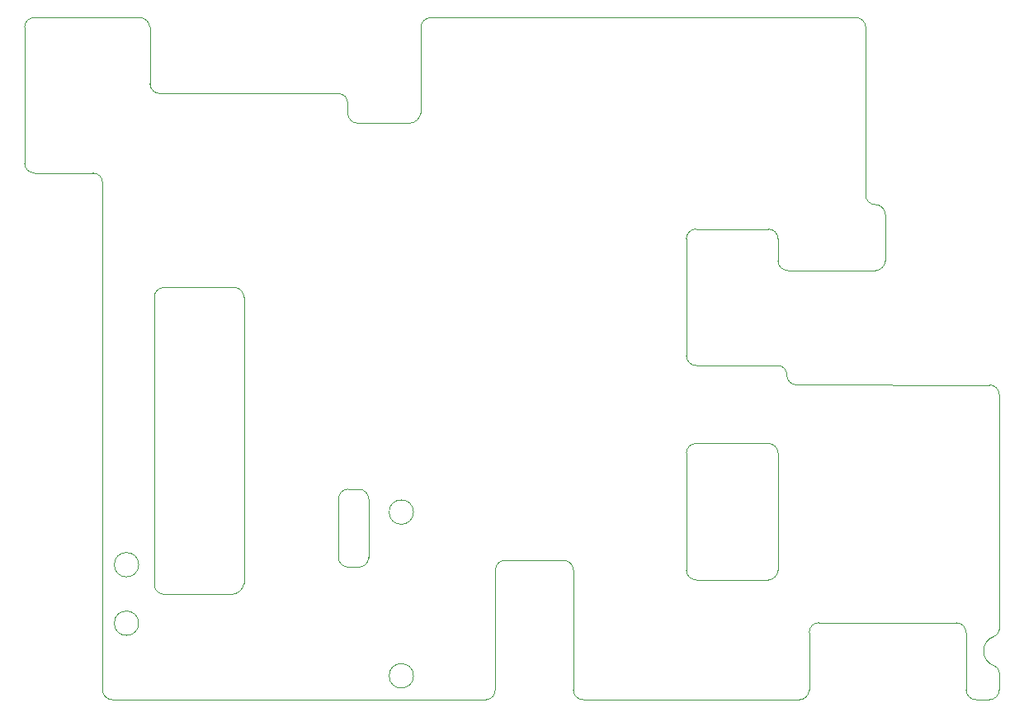
<source format=gm1>
G04 #@! TF.GenerationSoftware,KiCad,Pcbnew,6.0.6-3a73a75311~116~ubuntu20.04.1*
G04 #@! TF.CreationDate,2022-07-28T13:36:28+02:00*
G04 #@! TF.ProjectId,Buddy_shield_extractor,42756464-795f-4736-9869-656c645f6578,rev?*
G04 #@! TF.SameCoordinates,Original*
G04 #@! TF.FileFunction,Profile,NP*
%FSLAX46Y46*%
G04 Gerber Fmt 4.6, Leading zero omitted, Abs format (unit mm)*
G04 Created by KiCad (PCBNEW 6.0.6-3a73a75311~116~ubuntu20.04.1) date 2022-07-28 13:36:28*
%MOMM*%
%LPD*%
G01*
G04 APERTURE LIST*
G04 #@! TA.AperFunction,Profile*
%ADD10C,0.050000*%
G04 #@! TD*
G04 #@! TA.AperFunction,Profile*
%ADD11C,0.120000*%
G04 #@! TD*
G04 APERTURE END LIST*
D10*
X195700000Y-98000000D02*
X195700000Y-122100000D01*
X175200000Y-129300000D02*
X153000000Y-129300000D01*
X152000000Y-128300000D02*
X152000000Y-116000000D01*
X151000000Y-115000000D02*
X145000000Y-115000000D01*
X144000000Y-116000000D02*
X143995037Y-128200496D01*
X184000000Y-80250000D02*
X184000000Y-84250000D01*
X183000000Y-85250000D02*
X174000000Y-85250000D01*
X173000000Y-84250000D02*
X173000000Y-82000000D01*
X163600000Y-82000000D02*
X163600000Y-94000000D01*
X163600000Y-116000000D02*
X163600000Y-104000000D01*
X95700000Y-73670000D02*
X95700000Y-60300000D01*
X104700000Y-129300000D02*
X143000000Y-129300000D01*
X128900000Y-115700000D02*
X130000000Y-115700000D01*
X131000000Y-114700000D02*
X131000000Y-108700000D01*
X130000000Y-107700000D02*
X128900000Y-107700000D01*
X127900000Y-108700000D02*
X127900000Y-114700000D01*
X173000000Y-104000000D02*
X173000000Y-116000000D01*
X174907107Y-96992893D02*
X194700000Y-97000000D01*
X164600000Y-81000000D02*
X172000000Y-81000000D01*
X102700000Y-75250000D02*
X96700000Y-75250000D01*
X103700000Y-76250000D02*
G75*
G03*
X102700000Y-75250000I-1000000J0D01*
G01*
X95700000Y-74250000D02*
G75*
G03*
X96700000Y-75250000I1000000J0D01*
G01*
X103700000Y-128300000D02*
G75*
G03*
X104700000Y-129300000I1000000J0D01*
G01*
X182000000Y-77500000D02*
X182000000Y-60300000D01*
X184000000Y-79500000D02*
X184000000Y-80250000D01*
X103700000Y-76250000D02*
X103700000Y-128300000D01*
X95700000Y-74250000D02*
X95700000Y-73670000D01*
X96700000Y-59300000D02*
G75*
G03*
X95700000Y-60300000I0J-1000000D01*
G01*
X164600000Y-103000000D02*
G75*
G03*
X163600000Y-104000000I0J-1000000D01*
G01*
X136350000Y-67450000D02*
X136350000Y-69100000D01*
X131000000Y-108700000D02*
G75*
G03*
X130000000Y-107700000I-1000000J0D01*
G01*
X177200000Y-121400000D02*
G75*
G03*
X176200000Y-122400000I0J-1000000D01*
G01*
X109600000Y-67100000D02*
X121950000Y-67100000D01*
X133600000Y-70150000D02*
X129900002Y-70151248D01*
X121950000Y-67100000D02*
X127900000Y-67100000D01*
X127900000Y-114700000D02*
G75*
G03*
X128900000Y-115700000I1000000J0D01*
G01*
X195698940Y-126515404D02*
G75*
G03*
X195198870Y-125822439I-730440J-196D01*
G01*
X193307107Y-129292893D02*
X194700000Y-129300000D01*
X108550000Y-66100000D02*
X108550000Y-60300000D01*
X107492893Y-59307107D02*
X96700000Y-59300000D01*
X173000000Y-84250000D02*
G75*
G03*
X174000000Y-85250000I1000000J0D01*
G01*
X184000000Y-79500000D02*
G75*
G03*
X183000000Y-78500000I-1000000J0D01*
G01*
X145000000Y-115000000D02*
G75*
G03*
X144000000Y-116000000I0J-1000000D01*
G01*
X173907107Y-95992893D02*
G75*
G03*
X174907107Y-96992893I999993J-7D01*
G01*
X110000000Y-87000000D02*
X117214644Y-86999838D01*
X182000000Y-77500000D02*
G75*
G03*
X183000000Y-78500000I1000000J0D01*
G01*
X164600000Y-81000000D02*
G75*
G03*
X163600000Y-82000000I0J-1000000D01*
G01*
X182000000Y-60300000D02*
G75*
G03*
X181000000Y-59300000I-1000000J0D01*
G01*
X128900000Y-107700000D02*
G75*
G03*
X127900000Y-108700000I0J-1000000D01*
G01*
X128850000Y-68100000D02*
X128850002Y-69151248D01*
X164600000Y-103000000D02*
X172000000Y-103000000D01*
X109000000Y-117500000D02*
X109000000Y-88000000D01*
X128849953Y-68099998D02*
G75*
G03*
X127900000Y-67100000I-964053J35398D01*
G01*
X173907172Y-95992895D02*
G75*
G03*
X173000000Y-95000000I-958972J34695D01*
G01*
X152000000Y-116000000D02*
G75*
G03*
X151000000Y-115000000I-1000000J0D01*
G01*
X176200000Y-122400000D02*
X176200000Y-128300000D01*
X173000000Y-104000000D02*
G75*
G03*
X172000000Y-103000000I-1000000J0D01*
G01*
X116999994Y-118499933D02*
G75*
G03*
X118200000Y-117400000I-125094J1341033D01*
G01*
X110000000Y-87000000D02*
G75*
G03*
X109000000Y-88000000I0J-1000000D01*
G01*
X195700000Y-98000000D02*
G75*
G03*
X194700000Y-97000000I-1000000J0D01*
G01*
X192300000Y-122400000D02*
X192300000Y-128300000D01*
X130000000Y-115700000D02*
G75*
G03*
X131000000Y-114700000I0J1000000D01*
G01*
X192300009Y-128300000D02*
G75*
G03*
X193307107Y-129292893I1007091J14300D01*
G01*
X110025001Y-118500000D02*
X117000000Y-118500000D01*
X108550016Y-60299999D02*
G75*
G03*
X107492893Y-59307107I-1057116J-66301D01*
G01*
X163600000Y-94000000D02*
G75*
G03*
X164600000Y-95000000I1000000J0D01*
G01*
X137400000Y-59300000D02*
X181000000Y-59300000D01*
X143000000Y-129300000D02*
G75*
G03*
X143995037Y-128200496I0J1000000D01*
G01*
X183000000Y-85250000D02*
G75*
G03*
X184000000Y-84250000I0J1000000D01*
G01*
X135199997Y-70149939D02*
G75*
G03*
X136350000Y-69100000I-59497J1219939D01*
G01*
X152000000Y-128300000D02*
G75*
G03*
X153000000Y-129300000I1000000J0D01*
G01*
X164600000Y-95000000D02*
X173000000Y-95000000D01*
X172000000Y-117000000D02*
G75*
G03*
X173000000Y-116000000I0J1000000D01*
G01*
X163600000Y-116000000D02*
G75*
G03*
X164600000Y-117000000I1000000J0D01*
G01*
X137400000Y-59300010D02*
G75*
G03*
X136350000Y-60300000I14800J-1066790D01*
G01*
X164600000Y-117000000D02*
X172000000Y-117000000D01*
X135200000Y-70150000D02*
X133600000Y-70150000D01*
X173000000Y-82000000D02*
G75*
G03*
X172000000Y-81000000I-1000000J0D01*
G01*
X118200000Y-117400000D02*
X118200000Y-88000000D01*
X108550048Y-66099998D02*
G75*
G03*
X109600000Y-67100000I1049952J51198D01*
G01*
X118199968Y-88000000D02*
G75*
G03*
X117214644Y-86999838I-999868J400D01*
G01*
X128850002Y-69151248D02*
G75*
G03*
X129900002Y-70151248I1049998J51248D01*
G01*
X177200000Y-121400000D02*
X191300000Y-121400000D01*
X108999974Y-117500001D02*
G75*
G03*
X110025001Y-118500000I1035426J36001D01*
G01*
X136350000Y-67450000D02*
X136350000Y-60300000D01*
X175200000Y-129300000D02*
G75*
G03*
X176200000Y-128300000I-14400J1014400D01*
G01*
X192300000Y-122400000D02*
G75*
G03*
X191300000Y-121400000I-1000000J0D01*
G01*
X195698870Y-126515404D02*
X195700000Y-128300000D01*
X195200000Y-122792965D02*
G75*
G03*
X195700000Y-122100000I-230200J692965D01*
G01*
X195200007Y-122792985D02*
G75*
G03*
X195198870Y-125822439I500493J-1514915D01*
G01*
X194700000Y-129300000D02*
G75*
G03*
X195700000Y-128300000I0J1000000D01*
G01*
D11*
G04 #@! TO.C,J9*
X135600000Y-126850000D02*
G75*
G03*
X135600000Y-126850000I-1250000J0D01*
G01*
X135600000Y-110050000D02*
G75*
G03*
X135600000Y-110050000I-1250000J0D01*
G01*
X107400000Y-115450000D02*
G75*
G03*
X107400000Y-115450000I-1250000J0D01*
G01*
X107400000Y-121450000D02*
G75*
G03*
X107400000Y-121450000I-1250000J0D01*
G01*
G04 #@! TD*
M02*

</source>
